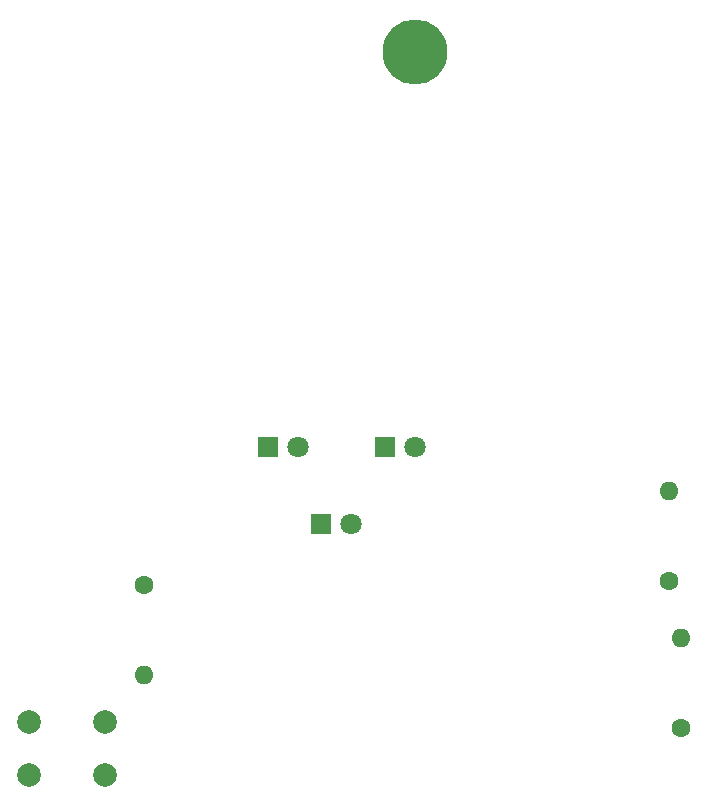
<source format=gtl>
G04 #@! TF.GenerationSoftware,KiCad,Pcbnew,8.0.6*
G04 #@! TF.CreationDate,2025-05-21T14:19:44-04:00*
G04 #@! TF.ProjectId,DJUNGELSKOG Keychain,444a554e-4745-44c5-934b-4f47204b6579,rev?*
G04 #@! TF.SameCoordinates,Original*
G04 #@! TF.FileFunction,Copper,L1,Top*
G04 #@! TF.FilePolarity,Positive*
%FSLAX46Y46*%
G04 Gerber Fmt 4.6, Leading zero omitted, Abs format (unit mm)*
G04 Created by KiCad (PCBNEW 8.0.6) date 2025-05-21 14:19:44*
%MOMM*%
%LPD*%
G01*
G04 APERTURE LIST*
G04 #@! TA.AperFunction,ComponentPad*
%ADD10R,1.800000X1.800000*%
G04 #@! TD*
G04 #@! TA.AperFunction,ComponentPad*
%ADD11C,1.800000*%
G04 #@! TD*
G04 #@! TA.AperFunction,ComponentPad*
%ADD12C,2.000000*%
G04 #@! TD*
G04 #@! TA.AperFunction,ComponentPad*
%ADD13C,1.600000*%
G04 #@! TD*
G04 #@! TA.AperFunction,ComponentPad*
%ADD14O,1.600000X1.600000*%
G04 #@! TD*
G04 #@! TA.AperFunction,ViaPad*
%ADD15C,5.500000*%
G04 #@! TD*
G04 APERTURE END LIST*
D10*
G04 #@! TO.P,D2,1,K*
G04 #@! TO.N,Net-(D2-K)*
X137960000Y-101500000D03*
D11*
G04 #@! TO.P,D2,2,A*
G04 #@! TO.N,Net-(D1-A)*
X140500000Y-101500000D03*
G04 #@! TD*
D10*
G04 #@! TO.P,.,1,K*
G04 #@! TO.N,Net-(D1-K)*
X133500000Y-95000000D03*
D11*
G04 #@! TO.P,.,2,A*
G04 #@! TO.N,Net-(D1-A)*
X136040000Y-95000000D03*
G04 #@! TD*
D10*
G04 #@! TO.P,.,1,K*
G04 #@! TO.N,Net-(D3-K)*
X143460000Y-95000000D03*
D11*
G04 #@! TO.P,.,2,A*
G04 #@! TO.N,Net-(D1-A)*
X146000000Y-95000000D03*
G04 #@! TD*
D12*
G04 #@! TO.P,SW1,1,1*
G04 #@! TO.N,Net-(BT1-+)*
X119750000Y-118250000D03*
X113250000Y-118250000D03*
G04 #@! TO.P,SW1,2,2*
G04 #@! TO.N,Net-(D1-A)*
X119750000Y-122750000D03*
X113250000Y-122750000D03*
G04 #@! TD*
D13*
G04 #@! TO.P,R1,1*
G04 #@! TO.N,Net-(D1-K)*
X123000000Y-106690000D03*
D14*
G04 #@! TO.P,R1,2*
G04 #@! TO.N,Net-(BT1--)*
X123000000Y-114310000D03*
G04 #@! TD*
D13*
G04 #@! TO.P,R2,1*
G04 #@! TO.N,Net-(D2-K)*
X168500000Y-118810000D03*
D14*
G04 #@! TO.P,R2,2*
G04 #@! TO.N,Net-(BT1--)*
X168500000Y-111190000D03*
G04 #@! TD*
D13*
G04 #@! TO.P,R3,1*
G04 #@! TO.N,Net-(D3-K)*
X167500000Y-106310000D03*
D14*
G04 #@! TO.P,R3,2*
G04 #@! TO.N,Net-(BT1--)*
X167500000Y-98690000D03*
G04 #@! TD*
D15*
G04 #@! TO.N,*
X146000000Y-61500000D03*
G04 #@! TD*
M02*

</source>
